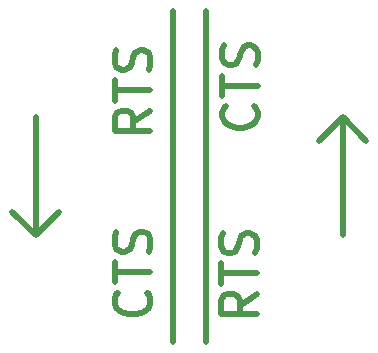
<source format=gto>
G04 #@! TF.GenerationSoftware,KiCad,Pcbnew,7.0.5*
G04 #@! TF.CreationDate,2024-08-02T13:19:31+02:00*
G04 #@! TF.ProjectId,NullModemAdapter,4e756c6c-4d6f-4646-956d-416461707465,rev?*
G04 #@! TF.SameCoordinates,Original*
G04 #@! TF.FileFunction,Legend,Top*
G04 #@! TF.FilePolarity,Positive*
%FSLAX46Y46*%
G04 Gerber Fmt 4.6, Leading zero omitted, Abs format (unit mm)*
G04 Created by KiCad (PCBNEW 7.0.5) date 2024-08-02 13:19:31*
%MOMM*%
%LPD*%
G01*
G04 APERTURE LIST*
%ADD10C,0.500000*%
%ADD11C,3.200000*%
%ADD12C,1.600000*%
%ADD13O,1.600000X1.600000*%
%ADD14C,4.000000*%
%ADD15R,1.600000X1.600000*%
%ADD16R,1.800000X1.800000*%
%ADD17C,1.800000*%
G04 APERTURE END LIST*
D10*
X74000000Y-90000000D02*
X74000000Y-80000000D01*
X100000000Y-90000000D02*
X100000000Y-80000000D01*
X88400000Y-99000000D02*
X88400000Y-71000000D01*
X85600000Y-99000000D02*
X85600000Y-71000000D01*
X72000000Y-88000000D02*
X74000000Y-90000000D01*
X102000000Y-82000000D02*
X100000000Y-80000000D01*
X100000000Y-80000000D02*
X98000000Y-82000000D01*
X74000000Y-90000000D02*
X76000000Y-88000000D01*
X83706857Y-79442481D02*
X82278285Y-80442481D01*
X83706857Y-81156767D02*
X80706857Y-81156767D01*
X80706857Y-81156767D02*
X80706857Y-80013910D01*
X80706857Y-80013910D02*
X80849714Y-79728195D01*
X80849714Y-79728195D02*
X80992571Y-79585338D01*
X80992571Y-79585338D02*
X81278285Y-79442481D01*
X81278285Y-79442481D02*
X81706857Y-79442481D01*
X81706857Y-79442481D02*
X81992571Y-79585338D01*
X81992571Y-79585338D02*
X82135428Y-79728195D01*
X82135428Y-79728195D02*
X82278285Y-80013910D01*
X82278285Y-80013910D02*
X82278285Y-81156767D01*
X80706857Y-78585338D02*
X80706857Y-76871053D01*
X83706857Y-77728195D02*
X80706857Y-77728195D01*
X83564000Y-76013910D02*
X83706857Y-75585339D01*
X83706857Y-75585339D02*
X83706857Y-74871053D01*
X83706857Y-74871053D02*
X83564000Y-74585339D01*
X83564000Y-74585339D02*
X83421142Y-74442481D01*
X83421142Y-74442481D02*
X83135428Y-74299624D01*
X83135428Y-74299624D02*
X82849714Y-74299624D01*
X82849714Y-74299624D02*
X82564000Y-74442481D01*
X82564000Y-74442481D02*
X82421142Y-74585339D01*
X82421142Y-74585339D02*
X82278285Y-74871053D01*
X82278285Y-74871053D02*
X82135428Y-75442481D01*
X82135428Y-75442481D02*
X81992571Y-75728196D01*
X81992571Y-75728196D02*
X81849714Y-75871053D01*
X81849714Y-75871053D02*
X81564000Y-76013910D01*
X81564000Y-76013910D02*
X81278285Y-76013910D01*
X81278285Y-76013910D02*
X80992571Y-75871053D01*
X80992571Y-75871053D02*
X80849714Y-75728196D01*
X80849714Y-75728196D02*
X80706857Y-75442481D01*
X80706857Y-75442481D02*
X80706857Y-74728196D01*
X80706857Y-74728196D02*
X80849714Y-74299624D01*
X83421142Y-94842481D02*
X83564000Y-94985338D01*
X83564000Y-94985338D02*
X83706857Y-95413910D01*
X83706857Y-95413910D02*
X83706857Y-95699624D01*
X83706857Y-95699624D02*
X83564000Y-96128195D01*
X83564000Y-96128195D02*
X83278285Y-96413910D01*
X83278285Y-96413910D02*
X82992571Y-96556767D01*
X82992571Y-96556767D02*
X82421142Y-96699624D01*
X82421142Y-96699624D02*
X81992571Y-96699624D01*
X81992571Y-96699624D02*
X81421142Y-96556767D01*
X81421142Y-96556767D02*
X81135428Y-96413910D01*
X81135428Y-96413910D02*
X80849714Y-96128195D01*
X80849714Y-96128195D02*
X80706857Y-95699624D01*
X80706857Y-95699624D02*
X80706857Y-95413910D01*
X80706857Y-95413910D02*
X80849714Y-94985338D01*
X80849714Y-94985338D02*
X80992571Y-94842481D01*
X80706857Y-93985338D02*
X80706857Y-92271053D01*
X83706857Y-93128195D02*
X80706857Y-93128195D01*
X83564000Y-91413910D02*
X83706857Y-90985339D01*
X83706857Y-90985339D02*
X83706857Y-90271053D01*
X83706857Y-90271053D02*
X83564000Y-89985339D01*
X83564000Y-89985339D02*
X83421142Y-89842481D01*
X83421142Y-89842481D02*
X83135428Y-89699624D01*
X83135428Y-89699624D02*
X82849714Y-89699624D01*
X82849714Y-89699624D02*
X82564000Y-89842481D01*
X82564000Y-89842481D02*
X82421142Y-89985339D01*
X82421142Y-89985339D02*
X82278285Y-90271053D01*
X82278285Y-90271053D02*
X82135428Y-90842481D01*
X82135428Y-90842481D02*
X81992571Y-91128196D01*
X81992571Y-91128196D02*
X81849714Y-91271053D01*
X81849714Y-91271053D02*
X81564000Y-91413910D01*
X81564000Y-91413910D02*
X81278285Y-91413910D01*
X81278285Y-91413910D02*
X80992571Y-91271053D01*
X80992571Y-91271053D02*
X80849714Y-91128196D01*
X80849714Y-91128196D02*
X80706857Y-90842481D01*
X80706857Y-90842481D02*
X80706857Y-90128196D01*
X80706857Y-90128196D02*
X80849714Y-89699624D01*
X92706857Y-94942481D02*
X91278285Y-95942481D01*
X92706857Y-96656767D02*
X89706857Y-96656767D01*
X89706857Y-96656767D02*
X89706857Y-95513910D01*
X89706857Y-95513910D02*
X89849714Y-95228195D01*
X89849714Y-95228195D02*
X89992571Y-95085338D01*
X89992571Y-95085338D02*
X90278285Y-94942481D01*
X90278285Y-94942481D02*
X90706857Y-94942481D01*
X90706857Y-94942481D02*
X90992571Y-95085338D01*
X90992571Y-95085338D02*
X91135428Y-95228195D01*
X91135428Y-95228195D02*
X91278285Y-95513910D01*
X91278285Y-95513910D02*
X91278285Y-96656767D01*
X89706857Y-94085338D02*
X89706857Y-92371053D01*
X92706857Y-93228195D02*
X89706857Y-93228195D01*
X92564000Y-91513910D02*
X92706857Y-91085339D01*
X92706857Y-91085339D02*
X92706857Y-90371053D01*
X92706857Y-90371053D02*
X92564000Y-90085339D01*
X92564000Y-90085339D02*
X92421142Y-89942481D01*
X92421142Y-89942481D02*
X92135428Y-89799624D01*
X92135428Y-89799624D02*
X91849714Y-89799624D01*
X91849714Y-89799624D02*
X91564000Y-89942481D01*
X91564000Y-89942481D02*
X91421142Y-90085339D01*
X91421142Y-90085339D02*
X91278285Y-90371053D01*
X91278285Y-90371053D02*
X91135428Y-90942481D01*
X91135428Y-90942481D02*
X90992571Y-91228196D01*
X90992571Y-91228196D02*
X90849714Y-91371053D01*
X90849714Y-91371053D02*
X90564000Y-91513910D01*
X90564000Y-91513910D02*
X90278285Y-91513910D01*
X90278285Y-91513910D02*
X89992571Y-91371053D01*
X89992571Y-91371053D02*
X89849714Y-91228196D01*
X89849714Y-91228196D02*
X89706857Y-90942481D01*
X89706857Y-90942481D02*
X89706857Y-90228196D01*
X89706857Y-90228196D02*
X89849714Y-89799624D01*
X92521142Y-79042481D02*
X92664000Y-79185338D01*
X92664000Y-79185338D02*
X92806857Y-79613910D01*
X92806857Y-79613910D02*
X92806857Y-79899624D01*
X92806857Y-79899624D02*
X92664000Y-80328195D01*
X92664000Y-80328195D02*
X92378285Y-80613910D01*
X92378285Y-80613910D02*
X92092571Y-80756767D01*
X92092571Y-80756767D02*
X91521142Y-80899624D01*
X91521142Y-80899624D02*
X91092571Y-80899624D01*
X91092571Y-80899624D02*
X90521142Y-80756767D01*
X90521142Y-80756767D02*
X90235428Y-80613910D01*
X90235428Y-80613910D02*
X89949714Y-80328195D01*
X89949714Y-80328195D02*
X89806857Y-79899624D01*
X89806857Y-79899624D02*
X89806857Y-79613910D01*
X89806857Y-79613910D02*
X89949714Y-79185338D01*
X89949714Y-79185338D02*
X90092571Y-79042481D01*
X89806857Y-78185338D02*
X89806857Y-76471053D01*
X92806857Y-77328195D02*
X89806857Y-77328195D01*
X92664000Y-75613910D02*
X92806857Y-75185339D01*
X92806857Y-75185339D02*
X92806857Y-74471053D01*
X92806857Y-74471053D02*
X92664000Y-74185339D01*
X92664000Y-74185339D02*
X92521142Y-74042481D01*
X92521142Y-74042481D02*
X92235428Y-73899624D01*
X92235428Y-73899624D02*
X91949714Y-73899624D01*
X91949714Y-73899624D02*
X91664000Y-74042481D01*
X91664000Y-74042481D02*
X91521142Y-74185339D01*
X91521142Y-74185339D02*
X91378285Y-74471053D01*
X91378285Y-74471053D02*
X91235428Y-75042481D01*
X91235428Y-75042481D02*
X91092571Y-75328196D01*
X91092571Y-75328196D02*
X90949714Y-75471053D01*
X90949714Y-75471053D02*
X90664000Y-75613910D01*
X90664000Y-75613910D02*
X90378285Y-75613910D01*
X90378285Y-75613910D02*
X90092571Y-75471053D01*
X90092571Y-75471053D02*
X89949714Y-75328196D01*
X89949714Y-75328196D02*
X89806857Y-75042481D01*
X89806857Y-75042481D02*
X89806857Y-74328196D01*
X89806857Y-74328196D02*
X89949714Y-73899624D01*
%LPC*%
D11*
X109000000Y-65000000D03*
D12*
X68000000Y-95660000D03*
D13*
X68000000Y-85500000D03*
D11*
X65000000Y-105000000D03*
D14*
X99535000Y-68570000D03*
X74535000Y-68570000D03*
D15*
X81495000Y-69990000D03*
D12*
X84265000Y-69990000D03*
X87035000Y-69990000D03*
X89805000Y-69990000D03*
X92575000Y-69990000D03*
X82880000Y-67150000D03*
X85650000Y-67150000D03*
X88420000Y-67150000D03*
X91190000Y-67150000D03*
D11*
X109000000Y-105000000D03*
D12*
X107000000Y-75500000D03*
D13*
X107000000Y-85660000D03*
D16*
X79960000Y-85500000D03*
D17*
X82500000Y-85500000D03*
D14*
X74510000Y-101420000D03*
X99510000Y-101420000D03*
D15*
X92550000Y-100000000D03*
D12*
X89780000Y-100000000D03*
X87010000Y-100000000D03*
X84240000Y-100000000D03*
X81470000Y-100000000D03*
X91165000Y-102840000D03*
X88395000Y-102840000D03*
X85625000Y-102840000D03*
X82855000Y-102840000D03*
D11*
X65000000Y-65000000D03*
D16*
X94000000Y-85500000D03*
D17*
X91460000Y-85500000D03*
%LPD*%
M02*

</source>
